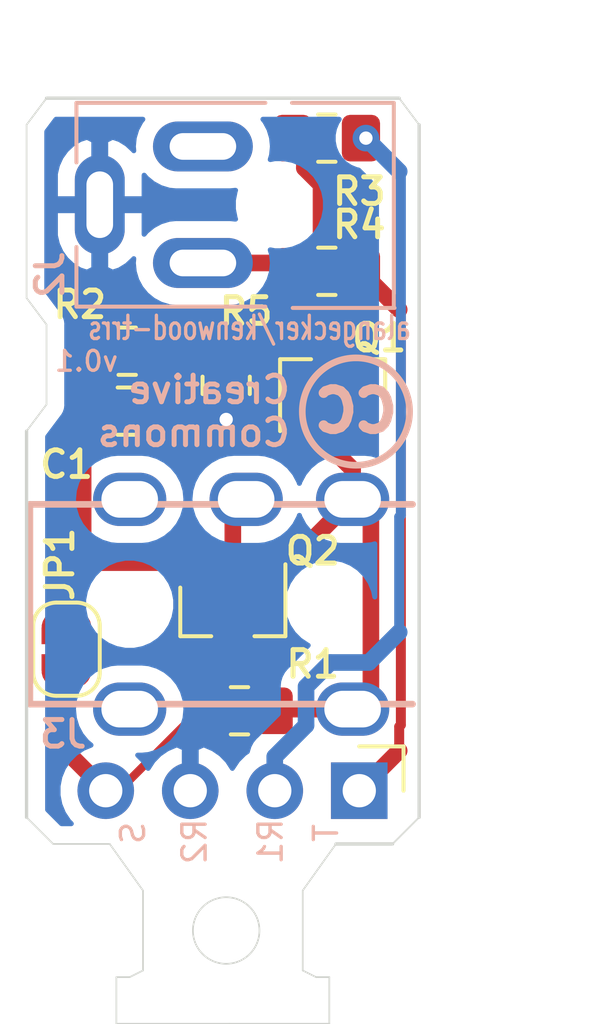
<source format=kicad_pcb>
(kicad_pcb (version 20171130) (host pcbnew 5.1.8)

  (general
    (thickness 1.6)
    (drawings 31)
    (tracks 62)
    (zones 0)
    (modules 12)
    (nets 12)
  )

  (page A4)
  (layers
    (0 F.Cu signal)
    (31 B.Cu signal)
    (32 B.Adhes user)
    (33 F.Adhes user)
    (34 B.Paste user)
    (35 F.Paste user)
    (36 B.SilkS user)
    (37 F.SilkS user)
    (38 B.Mask user)
    (39 F.Mask user)
    (40 Dwgs.User user)
    (41 Cmts.User user)
    (42 Eco1.User user)
    (43 Eco2.User user)
    (44 Edge.Cuts user)
    (45 Margin user)
    (46 B.CrtYd user)
    (47 F.CrtYd user)
    (48 B.Fab user)
    (49 F.Fab user)
  )

  (setup
    (last_trace_width 0.25)
    (user_trace_width 0.3)
    (user_trace_width 0.5)
    (trace_clearance 0.2)
    (zone_clearance 0.508)
    (zone_45_only no)
    (trace_min 0.2)
    (via_size 0.8)
    (via_drill 0.4)
    (via_min_size 0.4)
    (via_min_drill 0.3)
    (uvia_size 0.3)
    (uvia_drill 0.1)
    (uvias_allowed no)
    (uvia_min_size 0.2)
    (uvia_min_drill 0.1)
    (edge_width 0.05)
    (segment_width 0.2)
    (pcb_text_width 0.3)
    (pcb_text_size 1.5 1.5)
    (mod_edge_width 0.12)
    (mod_text_size 1 1)
    (mod_text_width 0.15)
    (pad_size 1.524 1.524)
    (pad_drill 0.762)
    (pad_to_mask_clearance 0.05)
    (aux_axis_origin 0 0)
    (visible_elements FFFFFF7F)
    (pcbplotparams
      (layerselection 0x010fc_ffffffff)
      (usegerberextensions false)
      (usegerberattributes true)
      (usegerberadvancedattributes true)
      (creategerberjobfile true)
      (excludeedgelayer true)
      (linewidth 0.100000)
      (plotframeref false)
      (viasonmask false)
      (mode 1)
      (useauxorigin false)
      (hpglpennumber 1)
      (hpglpenspeed 20)
      (hpglpendiameter 15.000000)
      (psnegative false)
      (psa4output false)
      (plotreference true)
      (plotvalue true)
      (plotinvisibletext false)
      (padsonsilk false)
      (subtractmaskfromsilk false)
      (outputformat 1)
      (mirror false)
      (drillshape 1)
      (scaleselection 1)
      (outputdirectory ""))
  )

  (net 0 "")
  (net 1 /N-FET_D)
  (net 2 /Mic)
  (net 3 "Net-(J3-PadT)")
  (net 4 /Mic+)
  (net 5 /PTT_Mic-)
  (net 6 GND)
  (net 7 "Net-(J2-PadT)")
  (net 8 "Net-(J1-PadR1)")
  (net 9 "Net-(J1-PadT)")
  (net 10 "Net-(J2-PadR)")
  (net 11 /Mic')

  (net_class Default "This is the default net class."
    (clearance 0.2)
    (trace_width 0.25)
    (via_dia 0.8)
    (via_drill 0.4)
    (uvia_dia 0.3)
    (uvia_drill 0.1)
    (add_net /Mic)
    (add_net /Mic')
    (add_net /Mic+)
    (add_net /N-FET_D)
    (add_net /PTT_Mic-)
    (add_net GND)
    (add_net "Net-(J1-PadR1)")
    (add_net "Net-(J1-PadT)")
    (add_net "Net-(J2-PadR)")
    (add_net "Net-(J2-PadT)")
    (add_net "Net-(J3-PadT)")
  )

  (module custom:PJ-313-TH (layer B.Cu) (tedit 5FC295A6) (tstamp 5FB5FD23)
    (at 159.6 88.8 180)
    (tags "stereo audio jack")
    (path /5FB58DDA)
    (fp_text reference J3 (at 10.5 -3.9) (layer B.SilkS)
      (effects (font (size 0.8 0.8) (thickness 0.15)) (justify mirror))
    )
    (fp_text value BAOFENG3.5MIC (at 0 -4.3) (layer B.Fab)
      (effects (font (size 1 1) (thickness 0.15)) (justify mirror))
    )
    (fp_line (start 11.5 -3) (end 0 -3) (layer B.SilkS) (width 0.2))
    (fp_line (start 11.5 3) (end 11.5 -3) (layer B.SilkS) (width 0.2))
    (fp_line (start 0 3) (end 11.5 3) (layer B.SilkS) (width 0.2))
    (fp_line (start 0 -3) (end 0 -2.5) (layer B.Fab) (width 0.2))
    (fp_line (start 11.5 -3) (end 0 -3) (layer B.Fab) (width 0.2))
    (fp_line (start 11.5 3) (end 11.5 -3) (layer B.Fab) (width 0.2))
    (fp_line (start 0 3) (end 11.5 3) (layer B.Fab) (width 0.2))
    (fp_line (start 0 2.5) (end 0 3) (layer B.Fab) (width 0.2))
    (fp_line (start -2.5 -2.5) (end 0 -2.5) (layer B.Fab) (width 0.2))
    (fp_line (start -2.5 2.5) (end -2.5 -2.5) (layer B.Fab) (width 0.2))
    (fp_line (start 0 2.5) (end -2.5 2.5) (layer B.Fab) (width 0.2))
    (fp_line (start 0 -3) (end 0 3) (layer B.CrtYd) (width 0.2))
    (fp_line (start 11.5 -3) (end 0 -3) (layer B.CrtYd) (width 0.2))
    (fp_line (start 11.5 3) (end 11.5 -3) (layer B.CrtYd) (width 0.2))
    (fp_line (start 0 3) (end 11.5 3) (layer B.CrtYd) (width 0.2))
    (pad "" np_thru_hole circle (at 2.5 0 180) (size 1.6 1.6) (drill 1.6) (layers *.Cu *.Mask))
    (pad "" np_thru_hole circle (at 8.5 0 180) (size 1.6 1.6) (drill 1.6) (layers *.Cu *.Mask))
    (pad S thru_hole oval (at 1.8 3.15 180) (size 2.2 1.6) (drill oval 1.7 1.1) (layers *.Cu *.Mask)
      (net 5 /PTT_Mic-))
    (pad S thru_hole oval (at 1.8 -3.15 180) (size 2.2 1.6) (drill oval 1.7 1.1) (layers *.Cu *.Mask)
      (net 5 /PTT_Mic-))
    (pad R thru_hole oval (at 5 3.15 180) (size 2.2 1.6) (drill oval 1.7 1.1) (layers *.Cu *.Mask)
      (net 4 /Mic+))
    (pad T thru_hole oval (at 8.5 3.15 180) (size 2.2 1.6) (drill oval 1.7 1.1) (layers *.Cu *.Mask)
      (net 3 "Net-(J3-PadT)"))
    (pad T thru_hole oval (at 8.5 -3.15 180) (size 2.2 1.6) (drill oval 1.7 1.1) (layers *.Cu *.Mask)
      (net 3 "Net-(J3-PadT)"))
  )

  (module Jumper:SolderJumper-2_P1.3mm_Bridged_RoundedPad1.0x1.5mm (layer F.Cu) (tedit 5C745284) (tstamp 5FB65AA4)
    (at 149.2 90.15 90)
    (descr "SMD Solder Jumper, 1x1.5mm, rounded Pads, 0.3mm gap, bridged with 1 copper strip")
    (tags "solder jumper open")
    (path /5FB73234)
    (attr virtual)
    (fp_text reference JP1 (at 2.55 -0.2 90) (layer F.SilkS)
      (effects (font (size 0.8 0.8) (thickness 0.15)))
    )
    (fp_text value Jumper_NC_Small (at 0 1.9 90) (layer F.Fab)
      (effects (font (size 1 1) (thickness 0.15)))
    )
    (fp_arc (start -0.7 -0.3) (end -0.7 -1) (angle -90) (layer F.SilkS) (width 0.12))
    (fp_arc (start -0.7 0.3) (end -1.4 0.3) (angle -90) (layer F.SilkS) (width 0.12))
    (fp_arc (start 0.7 0.3) (end 0.7 1) (angle -90) (layer F.SilkS) (width 0.12))
    (fp_arc (start 0.7 -0.3) (end 1.4 -0.3) (angle -90) (layer F.SilkS) (width 0.12))
    (fp_line (start -1.4 0.3) (end -1.4 -0.3) (layer F.SilkS) (width 0.12))
    (fp_line (start 0.7 1) (end -0.7 1) (layer F.SilkS) (width 0.12))
    (fp_line (start 1.4 -0.3) (end 1.4 0.3) (layer F.SilkS) (width 0.12))
    (fp_line (start -0.7 -1) (end 0.7 -1) (layer F.SilkS) (width 0.12))
    (fp_line (start -1.65 -1.25) (end 1.65 -1.25) (layer F.CrtYd) (width 0.05))
    (fp_line (start -1.65 -1.25) (end -1.65 1.25) (layer F.CrtYd) (width 0.05))
    (fp_line (start 1.65 1.25) (end 1.65 -1.25) (layer F.CrtYd) (width 0.05))
    (fp_line (start 1.65 1.25) (end -1.65 1.25) (layer F.CrtYd) (width 0.05))
    (fp_poly (pts (xy 0.25 -0.3) (xy -0.25 -0.3) (xy -0.25 0.3) (xy 0.25 0.3)) (layer F.Cu) (width 0))
    (pad 1 smd custom (at -0.65 0 90) (size 1 0.5) (layers F.Cu F.Mask)
      (net 2 /Mic) (zone_connect 2)
      (options (clearance outline) (anchor rect))
      (primitives
        (gr_circle (center 0 0.25) (end 0.5 0.25) (width 0))
        (gr_circle (center 0 -0.25) (end 0.5 -0.25) (width 0))
        (gr_poly (pts
           (xy 0 -0.75) (xy 0.5 -0.75) (xy 0.5 0.75) (xy 0 0.75)) (width 0))
      ))
    (pad 2 smd custom (at 0.65 0 90) (size 1 0.5) (layers F.Cu F.Mask)
      (net 11 /Mic') (zone_connect 2)
      (options (clearance outline) (anchor rect))
      (primitives
        (gr_circle (center 0 0.25) (end 0.5 0.25) (width 0))
        (gr_circle (center 0 -0.25) (end 0.5 -0.25) (width 0))
        (gr_poly (pts
           (xy 0 -0.75) (xy -0.5 -0.75) (xy -0.5 0.75) (xy 0 0.75)) (width 0))
      ))
  )

  (module custom:TRRS-Pins (layer F.Cu) (tedit 5FB5A105) (tstamp 5FB5FCEC)
    (at 158 94.4 270)
    (descr "Through hole straight pin header, 1x04, 2.54mm pitch, single row")
    (tags "Through hole pin header THT 1x04 2.54mm single row")
    (path /5FB57846)
    (fp_text reference J1 (at 0 -2.33 90) (layer F.SilkS) hide
      (effects (font (size 0.8 0.8) (thickness 0.15)))
    )
    (fp_text value "TRRS Jack" (at 0 9.95 90) (layer F.Fab)
      (effects (font (size 1 1) (thickness 0.15)))
    )
    (fp_text user S (at 1.27 6.8 90) (layer B.SilkS)
      (effects (font (size 0.7 0.7) (thickness 0.1)) (justify mirror))
    )
    (fp_text user R1 (at 1.524 2.667 90) (layer B.SilkS)
      (effects (font (size 0.7 0.7) (thickness 0.1)) (justify mirror))
    )
    (fp_text user R2 (at 1.524 4.953 90) (layer B.SilkS)
      (effects (font (size 0.7 0.7) (thickness 0.1)) (justify mirror))
    )
    (fp_text user T (at 1.27 1 90) (layer B.SilkS)
      (effects (font (size 0.7 0.7) (thickness 0.1)) (justify mirror))
    )
    (fp_text user %R (at 0 3.81) (layer F.Fab)
      (effects (font (size 0.8 0.8) (thickness 0.15)))
    )
    (fp_line (start -0.635 -1.27) (end 1.27 -1.27) (layer F.Fab) (width 0.1))
    (fp_line (start 1.27 -1.27) (end 1.27 8.89) (layer F.Fab) (width 0.1))
    (fp_line (start 1.27 8.89) (end -1.27 8.89) (layer F.Fab) (width 0.1))
    (fp_line (start -1.27 8.89) (end -1.27 -0.635) (layer F.Fab) (width 0.1))
    (fp_line (start -1.27 -0.635) (end -0.635 -1.27) (layer F.Fab) (width 0.1))
    (fp_line (start -1.33 0) (end -1.33 -1.33) (layer F.SilkS) (width 0.12))
    (fp_line (start -1.33 -1.33) (end 0 -1.33) (layer F.SilkS) (width 0.12))
    (pad S thru_hole oval (at 0 7.62 270) (size 1.7 1.7) (drill 1) (layers *.Cu *.Mask)
      (net 2 /Mic))
    (pad R2 thru_hole oval (at 0 5.08 270) (size 1.7 1.7) (drill 1) (layers *.Cu *.Mask)
      (net 6 GND))
    (pad R1 thru_hole oval (at 0 2.54 270) (size 1.7 1.7) (drill 1) (layers *.Cu *.Mask)
      (net 8 "Net-(J1-PadR1)"))
    (pad T thru_hole rect (at 0 0 270) (size 1.7 1.7) (drill 1) (layers *.Cu *.Mask)
      (net 9 "Net-(J1-PadT)"))
  )

  (module Package_TO_SOT_SMD:SOT-23 (layer F.Cu) (tedit 5A02FF57) (tstamp 5FB5FD4D)
    (at 154.2 89 270)
    (descr "SOT-23, Standard")
    (tags SOT-23)
    (path /5FB56285)
    (attr smd)
    (fp_text reference Q2 (at -1.8 -2.4) (layer F.SilkS)
      (effects (font (size 0.8 0.8) (thickness 0.15)))
    )
    (fp_text value BSS83P (at 0 2.5 90) (layer F.Fab)
      (effects (font (size 1 1) (thickness 0.15)))
    )
    (fp_text user %R (at 0 0) (layer F.Fab)
      (effects (font (size 0.8 0.8) (thickness 0.075)))
    )
    (fp_line (start -0.7 -0.95) (end -0.7 1.5) (layer F.Fab) (width 0.1))
    (fp_line (start -0.15 -1.52) (end 0.7 -1.52) (layer F.Fab) (width 0.1))
    (fp_line (start -0.7 -0.95) (end -0.15 -1.52) (layer F.Fab) (width 0.1))
    (fp_line (start 0.7 -1.52) (end 0.7 1.52) (layer F.Fab) (width 0.1))
    (fp_line (start -0.7 1.52) (end 0.7 1.52) (layer F.Fab) (width 0.1))
    (fp_line (start 0.76 1.58) (end 0.76 0.65) (layer F.SilkS) (width 0.12))
    (fp_line (start 0.76 -1.58) (end 0.76 -0.65) (layer F.SilkS) (width 0.12))
    (fp_line (start -1.7 -1.75) (end 1.7 -1.75) (layer F.CrtYd) (width 0.05))
    (fp_line (start 1.7 -1.75) (end 1.7 1.75) (layer F.CrtYd) (width 0.05))
    (fp_line (start 1.7 1.75) (end -1.7 1.75) (layer F.CrtYd) (width 0.05))
    (fp_line (start -1.7 1.75) (end -1.7 -1.75) (layer F.CrtYd) (width 0.05))
    (fp_line (start 0.76 -1.58) (end -1.4 -1.58) (layer F.SilkS) (width 0.12))
    (fp_line (start 0.76 1.58) (end -0.7 1.58) (layer F.SilkS) (width 0.12))
    (pad 3 smd rect (at 1 0 270) (size 0.9 0.8) (layers F.Cu F.Paste F.Mask)
      (net 4 /Mic+))
    (pad 2 smd rect (at -1 0.95 270) (size 0.9 0.8) (layers F.Cu F.Paste F.Mask)
      (net 11 /Mic'))
    (pad 1 smd rect (at -1 -0.95 270) (size 0.9 0.8) (layers F.Cu F.Paste F.Mask)
      (net 5 /PTT_Mic-))
    (model ${KISYS3DMOD}/Package_TO_SOT_SMD.3dshapes/SOT-23.wrl
      (at (xyz 0 0 0))
      (scale (xyz 1 1 1))
      (rotate (xyz 0 0 0))
    )
  )

  (module Package_TO_SOT_SMD:SOT-23 (layer F.Cu) (tedit 5A02FF57) (tstamp 5FB5FD38)
    (at 157.2 82.2 90)
    (descr "SOT-23, Standard")
    (tags SOT-23)
    (path /5FB59651)
    (attr smd)
    (fp_text reference Q1 (at 1.4 1.4 180) (layer F.SilkS)
      (effects (font (size 0.8 0.8) (thickness 0.15)))
    )
    (fp_text value BSS138 (at 0 2.5 90) (layer F.Fab)
      (effects (font (size 1 1) (thickness 0.15)))
    )
    (fp_text user %R (at 0 0) (layer F.Fab)
      (effects (font (size 0.8 0.8) (thickness 0.075)))
    )
    (fp_line (start -0.7 -0.95) (end -0.7 1.5) (layer F.Fab) (width 0.1))
    (fp_line (start -0.15 -1.52) (end 0.7 -1.52) (layer F.Fab) (width 0.1))
    (fp_line (start -0.7 -0.95) (end -0.15 -1.52) (layer F.Fab) (width 0.1))
    (fp_line (start 0.7 -1.52) (end 0.7 1.52) (layer F.Fab) (width 0.1))
    (fp_line (start -0.7 1.52) (end 0.7 1.52) (layer F.Fab) (width 0.1))
    (fp_line (start 0.76 1.58) (end 0.76 0.65) (layer F.SilkS) (width 0.12))
    (fp_line (start 0.76 -1.58) (end 0.76 -0.65) (layer F.SilkS) (width 0.12))
    (fp_line (start -1.7 -1.75) (end 1.7 -1.75) (layer F.CrtYd) (width 0.05))
    (fp_line (start 1.7 -1.75) (end 1.7 1.75) (layer F.CrtYd) (width 0.05))
    (fp_line (start 1.7 1.75) (end -1.7 1.75) (layer F.CrtYd) (width 0.05))
    (fp_line (start -1.7 1.75) (end -1.7 -1.75) (layer F.CrtYd) (width 0.05))
    (fp_line (start 0.76 -1.58) (end -1.4 -1.58) (layer F.SilkS) (width 0.12))
    (fp_line (start 0.76 1.58) (end -0.7 1.58) (layer F.SilkS) (width 0.12))
    (pad 3 smd rect (at 1 0 90) (size 0.9 0.8) (layers F.Cu F.Paste F.Mask)
      (net 1 /N-FET_D))
    (pad 2 smd rect (at -1 0.95 90) (size 0.9 0.8) (layers F.Cu F.Paste F.Mask)
      (net 6 GND))
    (pad 1 smd rect (at -1 -0.95 90) (size 0.9 0.8) (layers F.Cu F.Paste F.Mask)
      (net 5 /PTT_Mic-))
    (model ${KISYS3DMOD}/Package_TO_SOT_SMD.3dshapes/SOT-23.wrl
      (at (xyz 0 0 0))
      (scale (xyz 1 1 1))
      (rotate (xyz 0 0 0))
    )
  )

  (module custom:PJ-211A (layer B.Cu) (tedit 5FC2970C) (tstamp 5FB5FD09)
    (at 159.1 76.8 270)
    (descr "Barrel Jack, 2.0mm ID, 5.5mm OD, 24V, 8A, no switch, https://www.cui.com/product/resource/pj-063ah.pdf")
    (tags "barrel jack cui dc power")
    (path /5FB596DB)
    (fp_text reference J2 (at 2.1 10.4 270) (layer B.SilkS)
      (effects (font (size 0.8 0.8) (thickness 0.15)) (justify mirror))
    )
    (fp_text value BAOFENG2.5SPK (at 0 -5.3 270) (layer B.Fab)
      (effects (font (size 1 1) (thickness 0.15)) (justify mirror))
    )
    (fp_text user %R (at 0.3 1 270) (layer B.Fab)
      (effects (font (size 0.8 0.8) (thickness 0.15)) (justify mirror))
    )
    (fp_line (start -3.059 3.922) (end -3.059 9.601) (layer B.SilkS) (width 0.12))
    (fp_line (start -3.059 9.601) (end -1.27 9.601) (layer B.SilkS) (width 0.12))
    (fp_line (start 1.27 9.601) (end 3.061 9.601) (layer B.SilkS) (width 0.12))
    (fp_line (start 3.061 9.601) (end 3.061 3.922) (layer B.SilkS) (width 0.12))
    (fp_line (start 3.1 3.1) (end 3.1 0.04) (layer B.SilkS) (width 0.12))
    (fp_line (start 3.1 0.062) (end -3.059 0.062) (layer B.SilkS) (width 0.12))
    (fp_line (start -3.059 0.062) (end -3.059 3.122) (layer B.SilkS) (width 0.12))
    (fp_line (start 0 0) (end 2.6 0) (layer B.Fab) (width 0.12))
    (fp_line (start 2.6 0) (end 2.6 9) (layer B.Fab) (width 0.12))
    (fp_line (start 2.6 9) (end -2.6 9) (layer B.Fab) (width 0.12))
    (fp_line (start -2.6 9) (end -2.6 0) (layer B.Fab) (width 0.12))
    (fp_line (start -2.6 0) (end 0 0) (layer B.Fab) (width 0.12))
    (fp_line (start 0 0) (end 1.3 0) (layer B.Fab) (width 0.12))
    (fp_line (start 1.3 0) (end 1.3 -3) (layer B.Fab) (width 0.12))
    (fp_line (start 1.3 -3) (end -1.3 -3) (layer B.Fab) (width 0.12))
    (fp_line (start -1.3 -3) (end -1.3 0) (layer B.Fab) (width 0.12))
    (fp_line (start -3.2 0) (end -3.2 9.819) (layer B.CrtYd) (width 0.12))
    (fp_line (start -3.2 9.819) (end 3.2 9.819) (layer B.CrtYd) (width 0.12))
    (fp_line (start 3.2 9.819) (end 3.2 0) (layer B.CrtYd) (width 0.12))
    (fp_line (start 3.2 0) (end -3.2 0) (layer B.CrtYd) (width 0.12))
    (pad "" np_thru_hole circle (at 0 3.5 270) (size 1.6 1.6) (drill 1.6) (layers *.Cu *.Mask))
    (pad R thru_hole oval (at -1.75 5.8 270) (size 1.5 3) (drill oval 0.8 2) (layers *.Cu *.Mask)
      (net 10 "Net-(J2-PadR)"))
    (pad T thru_hole oval (at 1.75 5.8 270) (size 1.5 3) (drill oval 0.8 2) (layers *.Cu *.Mask)
      (net 7 "Net-(J2-PadT)"))
    (pad S thru_hole oval (at 0 8.9 270) (size 3 1.5) (drill oval 2 0.8) (layers *.Cu *.Mask)
      (net 6 GND))
  )

  (module Resistor_SMD:R_0805_2012Metric_Pad1.15x1.40mm_HandSolder (layer F.Cu) (tedit 5B36C52B) (tstamp 5FB5FDA2)
    (at 154 82.225 270)
    (descr "Resistor SMD 0805 (2012 Metric), square (rectangular) end terminal, IPC_7351 nominal with elongated pad for handsoldering. (Body size source: https://docs.google.com/spreadsheets/d/1BsfQQcO9C6DZCsRaXUlFlo91Tg2WpOkGARC1WS5S8t0/edit?usp=sharing), generated with kicad-footprint-generator")
    (tags "resistor handsolder")
    (path /5FBD0C98)
    (attr smd)
    (fp_text reference R5 (at -2.225 -0.6 180) (layer F.SilkS)
      (effects (font (size 0.8 0.8) (thickness 0.15)))
    )
    (fp_text value R_Small (at 0 1.65 90) (layer F.Fab)
      (effects (font (size 1 1) (thickness 0.15)))
    )
    (fp_line (start -1 0.6) (end -1 -0.6) (layer F.Fab) (width 0.1))
    (fp_line (start -1 -0.6) (end 1 -0.6) (layer F.Fab) (width 0.1))
    (fp_line (start 1 -0.6) (end 1 0.6) (layer F.Fab) (width 0.1))
    (fp_line (start 1 0.6) (end -1 0.6) (layer F.Fab) (width 0.1))
    (fp_line (start -0.261252 -0.71) (end 0.261252 -0.71) (layer F.SilkS) (width 0.12))
    (fp_line (start -0.261252 0.71) (end 0.261252 0.71) (layer F.SilkS) (width 0.12))
    (fp_line (start -1.85 0.95) (end -1.85 -0.95) (layer F.CrtYd) (width 0.05))
    (fp_line (start -1.85 -0.95) (end 1.85 -0.95) (layer F.CrtYd) (width 0.05))
    (fp_line (start 1.85 -0.95) (end 1.85 0.95) (layer F.CrtYd) (width 0.05))
    (fp_line (start 1.85 0.95) (end -1.85 0.95) (layer F.CrtYd) (width 0.05))
    (fp_text user %R (at 0 0 90) (layer F.Fab)
      (effects (font (size 0.8 0.8) (thickness 0.08)))
    )
    (pad 2 smd roundrect (at 1.025 0 270) (size 1.15 1.4) (layers F.Cu F.Paste F.Mask) (roundrect_rratio 0.217391)
      (net 6 GND))
    (pad 1 smd roundrect (at -1.025 0 270) (size 1.15 1.4) (layers F.Cu F.Paste F.Mask) (roundrect_rratio 0.217391)
      (net 1 /N-FET_D))
    (model ${KISYS3DMOD}/Resistor_SMD.3dshapes/R_0805_2012Metric.wrl
      (at (xyz 0 0 0))
      (scale (xyz 1 1 1))
      (rotate (xyz 0 0 0))
    )
  )

  (module Resistor_SMD:R_0805_2012Metric_Pad1.15x1.40mm_HandSolder (layer F.Cu) (tedit 5B36C52B) (tstamp 5FB5FD91)
    (at 157.025 78.8 180)
    (descr "Resistor SMD 0805 (2012 Metric), square (rectangular) end terminal, IPC_7351 nominal with elongated pad for handsoldering. (Body size source: https://docs.google.com/spreadsheets/d/1BsfQQcO9C6DZCsRaXUlFlo91Tg2WpOkGARC1WS5S8t0/edit?usp=sharing), generated with kicad-footprint-generator")
    (tags "resistor handsolder")
    (path /5FB94449)
    (attr smd)
    (fp_text reference R4 (at -0.975 1.4) (layer F.SilkS)
      (effects (font (size 0.8 0.8) (thickness 0.15)))
    )
    (fp_text value 20 (at 0 1.65) (layer F.Fab)
      (effects (font (size 1 1) (thickness 0.15)))
    )
    (fp_line (start -1 0.6) (end -1 -0.6) (layer F.Fab) (width 0.1))
    (fp_line (start -1 -0.6) (end 1 -0.6) (layer F.Fab) (width 0.1))
    (fp_line (start 1 -0.6) (end 1 0.6) (layer F.Fab) (width 0.1))
    (fp_line (start 1 0.6) (end -1 0.6) (layer F.Fab) (width 0.1))
    (fp_line (start -0.261252 -0.71) (end 0.261252 -0.71) (layer F.SilkS) (width 0.12))
    (fp_line (start -0.261252 0.71) (end 0.261252 0.71) (layer F.SilkS) (width 0.12))
    (fp_line (start -1.85 0.95) (end -1.85 -0.95) (layer F.CrtYd) (width 0.05))
    (fp_line (start -1.85 -0.95) (end 1.85 -0.95) (layer F.CrtYd) (width 0.05))
    (fp_line (start 1.85 -0.95) (end 1.85 0.95) (layer F.CrtYd) (width 0.05))
    (fp_line (start 1.85 0.95) (end -1.85 0.95) (layer F.CrtYd) (width 0.05))
    (fp_text user %R (at 0 0) (layer F.Fab)
      (effects (font (size 0.8 0.8) (thickness 0.08)))
    )
    (pad 2 smd roundrect (at 1.025 0 180) (size 1.15 1.4) (layers F.Cu F.Paste F.Mask) (roundrect_rratio 0.217391)
      (net 7 "Net-(J2-PadT)"))
    (pad 1 smd roundrect (at -1.025 0 180) (size 1.15 1.4) (layers F.Cu F.Paste F.Mask) (roundrect_rratio 0.217391)
      (net 9 "Net-(J1-PadT)"))
    (model ${KISYS3DMOD}/Resistor_SMD.3dshapes/R_0805_2012Metric.wrl
      (at (xyz 0 0 0))
      (scale (xyz 1 1 1))
      (rotate (xyz 0 0 0))
    )
  )

  (module Resistor_SMD:R_0805_2012Metric_Pad1.15x1.40mm_HandSolder (layer F.Cu) (tedit 5B36C52B) (tstamp 5FB5FD80)
    (at 157.025 74.8 180)
    (descr "Resistor SMD 0805 (2012 Metric), square (rectangular) end terminal, IPC_7351 nominal with elongated pad for handsoldering. (Body size source: https://docs.google.com/spreadsheets/d/1BsfQQcO9C6DZCsRaXUlFlo91Tg2WpOkGARC1WS5S8t0/edit?usp=sharing), generated with kicad-footprint-generator")
    (tags "resistor handsolder")
    (path /5FB909CE)
    (attr smd)
    (fp_text reference R3 (at -0.975 -1.6) (layer F.SilkS)
      (effects (font (size 0.8 0.8) (thickness 0.15)))
    )
    (fp_text value 20 (at 0 1.65) (layer F.Fab)
      (effects (font (size 1 1) (thickness 0.15)))
    )
    (fp_line (start -1 0.6) (end -1 -0.6) (layer F.Fab) (width 0.1))
    (fp_line (start -1 -0.6) (end 1 -0.6) (layer F.Fab) (width 0.1))
    (fp_line (start 1 -0.6) (end 1 0.6) (layer F.Fab) (width 0.1))
    (fp_line (start 1 0.6) (end -1 0.6) (layer F.Fab) (width 0.1))
    (fp_line (start -0.261252 -0.71) (end 0.261252 -0.71) (layer F.SilkS) (width 0.12))
    (fp_line (start -0.261252 0.71) (end 0.261252 0.71) (layer F.SilkS) (width 0.12))
    (fp_line (start -1.85 0.95) (end -1.85 -0.95) (layer F.CrtYd) (width 0.05))
    (fp_line (start -1.85 -0.95) (end 1.85 -0.95) (layer F.CrtYd) (width 0.05))
    (fp_line (start 1.85 -0.95) (end 1.85 0.95) (layer F.CrtYd) (width 0.05))
    (fp_line (start 1.85 0.95) (end -1.85 0.95) (layer F.CrtYd) (width 0.05))
    (fp_text user %R (at 0 0) (layer F.Fab)
      (effects (font (size 0.8 0.8) (thickness 0.08)))
    )
    (pad 2 smd roundrect (at 1.025 0 180) (size 1.15 1.4) (layers F.Cu F.Paste F.Mask) (roundrect_rratio 0.217391)
      (net 7 "Net-(J2-PadT)"))
    (pad 1 smd roundrect (at -1.025 0 180) (size 1.15 1.4) (layers F.Cu F.Paste F.Mask) (roundrect_rratio 0.217391)
      (net 8 "Net-(J1-PadR1)"))
    (model ${KISYS3DMOD}/Resistor_SMD.3dshapes/R_0805_2012Metric.wrl
      (at (xyz 0 0 0))
      (scale (xyz 1 1 1))
      (rotate (xyz 0 0 0))
    )
  )

  (module Resistor_SMD:R_0805_2012Metric_Pad1.15x1.40mm_HandSolder (layer F.Cu) (tedit 5B36C52B) (tstamp 5FB5FD6F)
    (at 151.025 81.2)
    (descr "Resistor SMD 0805 (2012 Metric), square (rectangular) end terminal, IPC_7351 nominal with elongated pad for handsoldering. (Body size source: https://docs.google.com/spreadsheets/d/1BsfQQcO9C6DZCsRaXUlFlo91Tg2WpOkGARC1WS5S8t0/edit?usp=sharing), generated with kicad-footprint-generator")
    (tags "resistor handsolder")
    (path /5FB5D0D8)
    (attr smd)
    (fp_text reference R2 (at -1.425 -1.4) (layer F.SilkS)
      (effects (font (size 0.8 0.8) (thickness 0.15)))
    )
    (fp_text value 1.2k (at 0 1.65) (layer F.Fab)
      (effects (font (size 1 1) (thickness 0.15)))
    )
    (fp_line (start -1 0.6) (end -1 -0.6) (layer F.Fab) (width 0.1))
    (fp_line (start -1 -0.6) (end 1 -0.6) (layer F.Fab) (width 0.1))
    (fp_line (start 1 -0.6) (end 1 0.6) (layer F.Fab) (width 0.1))
    (fp_line (start 1 0.6) (end -1 0.6) (layer F.Fab) (width 0.1))
    (fp_line (start -0.261252 -0.71) (end 0.261252 -0.71) (layer F.SilkS) (width 0.12))
    (fp_line (start -0.261252 0.71) (end 0.261252 0.71) (layer F.SilkS) (width 0.12))
    (fp_line (start -1.85 0.95) (end -1.85 -0.95) (layer F.CrtYd) (width 0.05))
    (fp_line (start -1.85 -0.95) (end 1.85 -0.95) (layer F.CrtYd) (width 0.05))
    (fp_line (start 1.85 -0.95) (end 1.85 0.95) (layer F.CrtYd) (width 0.05))
    (fp_line (start 1.85 0.95) (end -1.85 0.95) (layer F.CrtYd) (width 0.05))
    (fp_text user %R (at 0 0) (layer F.Fab)
      (effects (font (size 0.8 0.8) (thickness 0.08)))
    )
    (pad 2 smd roundrect (at 1.025 0) (size 1.15 1.4) (layers F.Cu F.Paste F.Mask) (roundrect_rratio 0.217391)
      (net 1 /N-FET_D))
    (pad 1 smd roundrect (at -1.025 0) (size 1.15 1.4) (layers F.Cu F.Paste F.Mask) (roundrect_rratio 0.217391)
      (net 11 /Mic'))
    (model ${KISYS3DMOD}/Resistor_SMD.3dshapes/R_0805_2012Metric.wrl
      (at (xyz 0 0 0))
      (scale (xyz 1 1 1))
      (rotate (xyz 0 0 0))
    )
  )

  (module Resistor_SMD:R_0805_2012Metric_Pad1.15x1.40mm_HandSolder (layer F.Cu) (tedit 5B36C52B) (tstamp 5FB5FD5E)
    (at 154.4 92)
    (descr "Resistor SMD 0805 (2012 Metric), square (rectangular) end terminal, IPC_7351 nominal with elongated pad for handsoldering. (Body size source: https://docs.google.com/spreadsheets/d/1BsfQQcO9C6DZCsRaXUlFlo91Tg2WpOkGARC1WS5S8t0/edit?usp=sharing), generated with kicad-footprint-generator")
    (tags "resistor handsolder")
    (path /5FB637F6)
    (attr smd)
    (fp_text reference R1 (at 2.2 -1.4 180) (layer F.SilkS)
      (effects (font (size 0.8 0.8) (thickness 0.15)))
    )
    (fp_text value 47k (at -0.425 1.6) (layer F.Fab)
      (effects (font (size 1 1) (thickness 0.15)))
    )
    (fp_line (start -1 0.6) (end -1 -0.6) (layer F.Fab) (width 0.1))
    (fp_line (start -1 -0.6) (end 1 -0.6) (layer F.Fab) (width 0.1))
    (fp_line (start 1 -0.6) (end 1 0.6) (layer F.Fab) (width 0.1))
    (fp_line (start 1 0.6) (end -1 0.6) (layer F.Fab) (width 0.1))
    (fp_line (start -0.261252 -0.71) (end 0.261252 -0.71) (layer F.SilkS) (width 0.12))
    (fp_line (start -0.261252 0.71) (end 0.261252 0.71) (layer F.SilkS) (width 0.12))
    (fp_line (start -1.85 0.95) (end -1.85 -0.95) (layer F.CrtYd) (width 0.05))
    (fp_line (start -1.85 -0.95) (end 1.85 -0.95) (layer F.CrtYd) (width 0.05))
    (fp_line (start 1.85 -0.95) (end 1.85 0.95) (layer F.CrtYd) (width 0.05))
    (fp_line (start 1.85 0.95) (end -1.85 0.95) (layer F.CrtYd) (width 0.05))
    (fp_text user %R (at 0 0) (layer F.Fab)
      (effects (font (size 0.8 0.8) (thickness 0.08)))
    )
    (pad 2 smd roundrect (at 1.025 0) (size 1.15 1.4) (layers F.Cu F.Paste F.Mask) (roundrect_rratio 0.217391)
      (net 5 /PTT_Mic-))
    (pad 1 smd roundrect (at -1.025 0) (size 1.15 1.4) (layers F.Cu F.Paste F.Mask) (roundrect_rratio 0.217391)
      (net 2 /Mic))
    (model ${KISYS3DMOD}/Resistor_SMD.3dshapes/R_0805_2012Metric.wrl
      (at (xyz 0 0 0))
      (scale (xyz 1 1 1))
      (rotate (xyz 0 0 0))
    )
  )

  (module Capacitor_SMD:C_0805_2012Metric_Pad1.15x1.40mm_HandSolder (layer F.Cu) (tedit 5B36C52B) (tstamp 5FB5FCD2)
    (at 151 83)
    (descr "Capacitor SMD 0805 (2012 Metric), square (rectangular) end terminal, IPC_7351 nominal with elongated pad for handsoldering. (Body size source: https://docs.google.com/spreadsheets/d/1BsfQQcO9C6DZCsRaXUlFlo91Tg2WpOkGARC1WS5S8t0/edit?usp=sharing), generated with kicad-footprint-generator")
    (tags "capacitor handsolder")
    (path /5FBB8D66)
    (attr smd)
    (fp_text reference C1 (at -1.8 1.6) (layer F.SilkS)
      (effects (font (size 0.8 0.8) (thickness 0.15)))
    )
    (fp_text value C_Small (at 0 1.65) (layer F.Fab)
      (effects (font (size 1 1) (thickness 0.15)))
    )
    (fp_line (start -1 0.6) (end -1 -0.6) (layer F.Fab) (width 0.1))
    (fp_line (start -1 -0.6) (end 1 -0.6) (layer F.Fab) (width 0.1))
    (fp_line (start 1 -0.6) (end 1 0.6) (layer F.Fab) (width 0.1))
    (fp_line (start 1 0.6) (end -1 0.6) (layer F.Fab) (width 0.1))
    (fp_line (start -0.261252 -0.71) (end 0.261252 -0.71) (layer F.SilkS) (width 0.12))
    (fp_line (start -0.261252 0.71) (end 0.261252 0.71) (layer F.SilkS) (width 0.12))
    (fp_line (start -1.85 0.95) (end -1.85 -0.95) (layer F.CrtYd) (width 0.05))
    (fp_line (start -1.85 -0.95) (end 1.85 -0.95) (layer F.CrtYd) (width 0.05))
    (fp_line (start 1.85 -0.95) (end 1.85 0.95) (layer F.CrtYd) (width 0.05))
    (fp_line (start 1.85 0.95) (end -1.85 0.95) (layer F.CrtYd) (width 0.05))
    (fp_text user %R (at 0 0) (layer F.Fab)
      (effects (font (size 0.8 0.8) (thickness 0.08)))
    )
    (pad 2 smd roundrect (at 1.025 0) (size 1.15 1.4) (layers F.Cu F.Paste F.Mask) (roundrect_rratio 0.217391)
      (net 1 /N-FET_D))
    (pad 1 smd roundrect (at -1.025 0) (size 1.15 1.4) (layers F.Cu F.Paste F.Mask) (roundrect_rratio 0.217391)
      (net 11 /Mic'))
    (model ${KISYS3DMOD}/Capacitor_SMD.3dshapes/C_0805_2012Metric.wrl
      (at (xyz 0 0 0))
      (scale (xyz 1 1 1))
      (rotate (xyz 0 0 0))
    )
  )

  (gr_text v0.1 (at 149.8 81.5) (layer B.SilkS) (tstamp 5FB74E32)
    (effects (font (size 0.6 0.6) (thickness 0.1)) (justify mirror))
  )
  (gr_text alangecker/kenwood-trrs (at 154.7 80.5) (layer B.SilkS)
    (effects (font (size 0.7 0.5) (thickness 0.1)) (justify mirror))
  )
  (gr_text "Creative\nCommons" (at 156 83) (layer B.SilkS)
    (effects (font (size 0.8 0.8) (thickness 0.15)) (justify left mirror))
  )
  (gr_circle (center 157.9 83.012451) (end 159.512452 83.012451) (layer B.SilkS) (width 0.2))
  (gr_text CC (at 157.9 83) (layer B.SilkS)
    (effects (font (size 1.2 1.2) (thickness 0.3)) (justify mirror))
  )
  (gr_line (start 148 79.6) (end 148 74.4) (layer Edge.Cuts) (width 0.05) (tstamp 5FB614C5))
  (gr_line (start 148.6 80.4) (end 148 79.6) (layer Edge.Cuts) (width 0.05))
  (gr_line (start 148.6 82.8) (end 148.6 80.4) (layer Edge.Cuts) (width 0.05))
  (gr_line (start 148 83.6) (end 148.6 82.8) (layer Edge.Cuts) (width 0.05))
  (gr_line (start 148 95.2) (end 148.8 96) (layer Edge.Cuts) (width 0.05) (tstamp 5FB60AA9))
  (gr_line (start 159 96) (end 159.8 95.2) (layer Edge.Cuts) (width 0.05) (tstamp 5FB60AA8))
  (gr_line (start 159.8 74.4) (end 159.2 73.6) (layer Edge.Cuts) (width 0.05) (tstamp 5FB60A51))
  (gr_line (start 148 74.4) (end 148.6 73.6) (layer Edge.Cuts) (width 0.05) (tstamp 5FB60A50))
  (gr_circle (center 154 98.6) (end 155 98.6) (layer Edge.Cuts) (width 0.05))
  (gr_line (start 151.1 100) (end 151.5 99.8) (layer Edge.Cuts) (width 0.05) (tstamp 5FB6078C))
  (gr_line (start 156.7 100) (end 156.3 99.8) (layer Edge.Cuts) (width 0.05) (tstamp 5FB6077B))
  (gr_line (start 148.8 96) (end 150.5 96) (layer Edge.Cuts) (width 0.05) (tstamp 5FB604F1))
  (gr_line (start 157.3 96) (end 156.3 97.4) (layer Edge.Cuts) (width 0.05) (tstamp 5FB6046F))
  (gr_line (start 156.7 100) (end 157.1 100) (layer Edge.Cuts) (width 0.05) (tstamp 5FB6046E))
  (gr_line (start 157.1 101.4) (end 154.1 101.4) (layer Edge.Cuts) (width 0.05) (tstamp 5FB6046D))
  (gr_line (start 157.1 100) (end 157.1 101.4) (layer Edge.Cuts) (width 0.05) (tstamp 5FB6046C))
  (gr_line (start 156.3 97.4) (end 156.3 99.8) (layer Edge.Cuts) (width 0.05) (tstamp 5FB6046B))
  (gr_line (start 150.7 101.4) (end 154.1 101.4) (layer Edge.Cuts) (width 0.05))
  (gr_line (start 150.7 100) (end 150.7 101.4) (layer Edge.Cuts) (width 0.05))
  (gr_line (start 151.1 100) (end 150.7 100) (layer Edge.Cuts) (width 0.05))
  (gr_line (start 151.5 97.4) (end 151.5 99.8) (layer Edge.Cuts) (width 0.05))
  (gr_line (start 150.5 96) (end 151.5 97.4) (layer Edge.Cuts) (width 0.05))
  (gr_line (start 159.8 74.4) (end 159.8 95.2) (layer Edge.Cuts) (width 0.1))
  (gr_line (start 148.6 73.6) (end 159.2 73.6) (layer Edge.Cuts) (width 0.1))
  (gr_line (start 148 95.2) (end 148 83.6) (layer Edge.Cuts) (width 0.1))
  (gr_line (start 159 96) (end 157.3 96) (layer Edge.Cuts) (width 0.1))

  (segment (start 152.025 81.225) (end 152.05 81.2) (width 0.5) (layer F.Cu) (net 1))
  (segment (start 152.025 83) (end 152.025 81.225) (width 0.5) (layer F.Cu) (net 1))
  (segment (start 152.05 81.2) (end 154 81.2) (width 0.5) (layer F.Cu) (net 1))
  (segment (start 154 81.2) (end 157.2 81.2) (width 0.5) (layer F.Cu) (net 1))
  (segment (start 150.38 94.4) (end 150.722002 94.4) (width 0.5) (layer F.Cu) (net 2))
  (segment (start 150.775 94.4) (end 153.175 92) (width 0.25) (layer F.Cu) (net 2))
  (segment (start 150.38 94.4) (end 150.775 94.4) (width 0.25) (layer F.Cu) (net 2))
  (segment (start 149.2 93.22) (end 149.2 90.8) (width 0.5) (layer F.Cu) (net 2))
  (segment (start 150.38 94.4) (end 149.2 93.22) (width 0.5) (layer F.Cu) (net 2))
  (segment (start 154.2 86.05) (end 154.2 90) (width 0.5) (layer F.Cu) (net 4))
  (segment (start 154.6 85.65) (end 154.2 86.05) (width 0.5) (layer F.Cu) (net 4))
  (segment (start 157.8 84.75) (end 156.25 83.2) (width 0.5) (layer F.Cu) (net 5))
  (segment (start 157.8 85.65) (end 157.8 84.75) (width 0.5) (layer F.Cu) (net 5))
  (segment (start 155.275 91.95) (end 155.225 92) (width 0.5) (layer F.Cu) (net 5))
  (segment (start 157.8 91.95) (end 155.275 91.95) (width 0.5) (layer F.Cu) (net 5))
  (segment (start 155.225 88.075) (end 155.15 88) (width 0.5) (layer F.Cu) (net 5))
  (segment (start 155.225 92) (end 155.225 88.075) (width 0.5) (layer F.Cu) (net 5))
  (segment (start 155.45 88) (end 157.8 85.65) (width 0.5) (layer F.Cu) (net 5))
  (segment (start 155.15 88) (end 155.45 88) (width 0.5) (layer F.Cu) (net 5))
  (segment (start 158.350001 91.399999) (end 157.8 91.95) (width 0.5) (layer F.Cu) (net 5))
  (segment (start 158.350001 86.200001) (end 158.350001 91.399999) (width 0.5) (layer F.Cu) (net 5))
  (segment (start 157.8 85.65) (end 158.350001 86.200001) (width 0.5) (layer F.Cu) (net 5))
  (segment (start 154.825001 82.424999) (end 154 83.25) (width 0.25) (layer F.Cu) (net 6))
  (segment (start 157.374999 82.424999) (end 154.825001 82.424999) (width 0.25) (layer F.Cu) (net 6))
  (segment (start 158.15 83.2) (end 157.374999 82.424999) (width 0.25) (layer F.Cu) (net 6))
  (segment (start 154 83.25) (end 154 83.25) (width 0.25) (layer F.Cu) (net 6) (tstamp 5FB60E01))
  (via (at 154 83.25) (size 0.8) (drill 0.4) (layers F.Cu B.Cu) (net 6))
  (segment (start 155.75 78.55) (end 156 78.8) (width 0.5) (layer F.Cu) (net 7))
  (segment (start 153.1 78.55) (end 155.75 78.55) (width 0.5) (layer F.Cu) (net 7))
  (segment (start 156.350001 75.150001) (end 156 74.8) (width 0.5) (layer F.Cu) (net 7))
  (segment (start 156.350001 75.699999) (end 156.350001 75.150001) (width 0.5) (layer F.Cu) (net 7))
  (segment (start 156.850001 76.199999) (end 156.350001 75.699999) (width 0.5) (layer F.Cu) (net 7))
  (segment (start 156.850001 77.949999) (end 156.850001 76.199999) (width 0.5) (layer F.Cu) (net 7))
  (segment (start 156 78.8) (end 156.850001 77.949999) (width 0.5) (layer F.Cu) (net 7))
  (via (at 158.2 74.8) (size 0.8) (drill 0.4) (layers F.Cu B.Cu) (net 8))
  (segment (start 158.05 74.8) (end 158.2 74.8) (width 0.5) (layer F.Cu) (net 8))
  (segment (start 155.46 93.378999) (end 155.46 94.4) (width 0.5) (layer B.Cu) (net 8))
  (segment (start 156.399999 92.439) (end 155.46 93.378999) (width 0.5) (layer B.Cu) (net 8))
  (segment (start 156.399999 91.277999) (end 156.399999 92.439) (width 0.5) (layer B.Cu) (net 8))
  (segment (start 157.127999 90.549999) (end 156.399999 91.277999) (width 0.5) (layer B.Cu) (net 8))
  (segment (start 158.289 90.549999) (end 157.127999 90.549999) (width 0.5) (layer B.Cu) (net 8))
  (segment (start 159.200001 89.638998) (end 158.289 90.549999) (width 0.5) (layer B.Cu) (net 8))
  (segment (start 158.2 74.8) (end 159.200001 75.800001) (width 0.5) (layer B.Cu) (net 8))
  (segment (start 159.25001 75.85001) (end 159.200001 75.800001) (width 0.3) (layer B.Cu) (net 8))
  (segment (start 159.25001 86.126349) (end 159.25001 75.85001) (width 0.3) (layer B.Cu) (net 8))
  (segment (start 159.200001 86.176358) (end 159.25001 86.126349) (width 0.3) (layer B.Cu) (net 8))
  (segment (start 159.200001 89.638998) (end 159.200001 86.176358) (width 0.3) (layer B.Cu) (net 8))
  (segment (start 159.200001 79.950001) (end 158.05 78.8) (width 0.5) (layer F.Cu) (net 9))
  (segment (start 158 94.4) (end 159.200001 93.199999) (width 0.5) (layer F.Cu) (net 9))
  (segment (start 159.25001 80.00001) (end 159.200001 79.950001) (width 0.3) (layer F.Cu) (net 9))
  (segment (start 159.25001 92.426349) (end 159.25001 80.00001) (width 0.3) (layer F.Cu) (net 9))
  (segment (start 159.200001 92.476358) (end 159.25001 92.426349) (width 0.3) (layer F.Cu) (net 9))
  (segment (start 159.200001 93.199999) (end 159.200001 92.476358) (width 0.3) (layer F.Cu) (net 9))
  (segment (start 152.799999 87.549999) (end 153.25 88) (width 0.5) (layer F.Cu) (net 11))
  (segment (start 149.928001 87.549999) (end 152.799999 87.549999) (width 0.5) (layer F.Cu) (net 11))
  (segment (start 149.2 88.278) (end 149.928001 87.549999) (width 0.5) (layer F.Cu) (net 11))
  (segment (start 149.2 89.5) (end 149.2 88.278) (width 0.5) (layer F.Cu) (net 11))
  (segment (start 149.699999 83.275001) (end 149.975 83) (width 0.5) (layer F.Cu) (net 11))
  (segment (start 149.699999 87.321997) (end 149.699999 83.275001) (width 0.5) (layer F.Cu) (net 11))
  (segment (start 149.928001 87.549999) (end 149.699999 87.321997) (width 0.5) (layer F.Cu) (net 11))
  (segment (start 149.975 81.225) (end 150 81.2) (width 0.5) (layer F.Cu) (net 11))
  (segment (start 149.975 83) (end 149.975 81.225) (width 0.5) (layer F.Cu) (net 11))

  (zone (net 6) (net_name GND) (layer B.Cu) (tstamp 0) (hatch edge 0.508)
    (connect_pads (clearance 0.508))
    (min_thickness 0.15)
    (fill yes (arc_segments 32) (thermal_gap 0.508) (thermal_bridge_width 0.508))
    (polygon
      (pts
        (xy 159.4 74.6) (xy 159.4 95.2) (xy 158.8 95.8) (xy 149 95.8) (xy 148.4 95)
        (xy 148.4 74.4) (xy 148.8 74) (xy 159 74)
      )
    )
    (filled_polygon
      (pts
        (xy 151.436289 74.305842) (xy 151.31251 74.537415) (xy 151.236288 74.788686) (xy 151.210551 75.05) (xy 151.223429 75.180753)
        (xy 151.208902 75.160591) (xy 151.016001 74.980854) (xy 150.791742 74.842203) (xy 150.583435 74.773338) (xy 150.379 74.876321)
        (xy 150.379 76.621) (xy 151.533 76.621) (xy 151.533 75.912) (xy 151.602867 75.997133) (xy 151.805842 76.163711)
        (xy 152.037415 76.28749) (xy 152.288686 76.363712) (xy 152.484522 76.383) (xy 154.115478 76.383) (xy 154.282597 76.36654)
        (xy 154.270148 76.396594) (xy 154.217 76.663786) (xy 154.217 76.936214) (xy 154.270148 77.203406) (xy 154.282597 77.23346)
        (xy 154.115478 77.217) (xy 152.484522 77.217) (xy 152.288686 77.236288) (xy 152.037415 77.31251) (xy 151.805842 77.436289)
        (xy 151.602867 77.602867) (xy 151.533 77.688) (xy 151.533 76.979) (xy 150.379 76.979) (xy 150.379 78.723679)
        (xy 150.583435 78.826662) (xy 150.791742 78.757797) (xy 151.016001 78.619146) (xy 151.208902 78.439409) (xy 151.223429 78.419247)
        (xy 151.210551 78.55) (xy 151.236288 78.811314) (xy 151.31251 79.062585) (xy 151.436289 79.294158) (xy 151.602867 79.497133)
        (xy 151.805842 79.663711) (xy 152.037415 79.78749) (xy 152.288686 79.863712) (xy 152.484522 79.883) (xy 154.115478 79.883)
        (xy 154.311314 79.863712) (xy 154.562585 79.78749) (xy 154.794158 79.663711) (xy 154.997133 79.497133) (xy 155.163711 79.294158)
        (xy 155.28749 79.062585) (xy 155.363712 78.811314) (xy 155.389449 78.55) (xy 155.363712 78.288686) (xy 155.323168 78.155029)
        (xy 155.463786 78.183) (xy 155.736214 78.183) (xy 156.003406 78.129852) (xy 156.255096 78.025599) (xy 156.481611 77.874246)
        (xy 156.674246 77.681611) (xy 156.825599 77.455096) (xy 156.929852 77.203406) (xy 156.983 76.936214) (xy 156.983 76.663786)
        (xy 156.929852 76.396594) (xy 156.825599 76.144904) (xy 156.674246 75.918389) (xy 156.481611 75.725754) (xy 156.255096 75.574401)
        (xy 156.003406 75.470148) (xy 155.736214 75.417) (xy 155.463786 75.417) (xy 155.323168 75.444971) (xy 155.363712 75.311314)
        (xy 155.389449 75.05) (xy 155.363712 74.788686) (xy 155.28749 74.537415) (xy 155.163711 74.305842) (xy 155.103931 74.233)
        (xy 157.396613 74.233) (xy 157.328877 74.334375) (xy 157.254776 74.51327) (xy 157.217 74.703183) (xy 157.217 74.896817)
        (xy 157.254776 75.08673) (xy 157.328877 75.265625) (xy 157.436454 75.426626) (xy 157.573374 75.563546) (xy 157.734375 75.671123)
        (xy 157.91327 75.745224) (xy 157.980572 75.758611) (xy 158.517011 76.295051) (xy 158.51701 84.331268) (xy 158.371115 84.287012)
        (xy 158.167934 84.267) (xy 157.432066 84.267) (xy 157.228885 84.287012) (xy 156.968188 84.366093) (xy 156.727929 84.494514)
        (xy 156.51734 84.66734) (xy 156.344514 84.877929) (xy 156.216093 85.118188) (xy 156.2 85.17124) (xy 156.183907 85.118188)
        (xy 156.055486 84.877929) (xy 155.88266 84.66734) (xy 155.672071 84.494514) (xy 155.431812 84.366093) (xy 155.171115 84.287012)
        (xy 154.967934 84.267) (xy 154.232066 84.267) (xy 154.028885 84.287012) (xy 153.768188 84.366093) (xy 153.527929 84.494514)
        (xy 153.31734 84.66734) (xy 153.144514 84.877929) (xy 153.016093 85.118188) (xy 152.937012 85.378885) (xy 152.910309 85.65)
        (xy 152.937012 85.921115) (xy 153.016093 86.181812) (xy 153.144514 86.422071) (xy 153.31734 86.63266) (xy 153.527929 86.805486)
        (xy 153.768188 86.933907) (xy 154.028885 87.012988) (xy 154.232066 87.033) (xy 154.967934 87.033) (xy 155.171115 87.012988)
        (xy 155.431812 86.933907) (xy 155.672071 86.805486) (xy 155.88266 86.63266) (xy 156.055486 86.422071) (xy 156.183907 86.181812)
        (xy 156.2 86.12876) (xy 156.216093 86.181812) (xy 156.344514 86.422071) (xy 156.51734 86.63266) (xy 156.727929 86.805486)
        (xy 156.968188 86.933907) (xy 157.228885 87.012988) (xy 157.432066 87.033) (xy 158.167934 87.033) (xy 158.371115 87.012988)
        (xy 158.467002 86.983901) (xy 158.467001 88.583355) (xy 158.429852 88.396594) (xy 158.325599 88.144904) (xy 158.174246 87.918389)
        (xy 157.981611 87.725754) (xy 157.755096 87.574401) (xy 157.503406 87.470148) (xy 157.236214 87.417) (xy 156.963786 87.417)
        (xy 156.696594 87.470148) (xy 156.444904 87.574401) (xy 156.218389 87.725754) (xy 156.025754 87.918389) (xy 155.874401 88.144904)
        (xy 155.770148 88.396594) (xy 155.717 88.663786) (xy 155.717 88.936214) (xy 155.770148 89.203406) (xy 155.874401 89.455096)
        (xy 156.025754 89.681611) (xy 156.218389 89.874246) (xy 156.444904 90.025599) (xy 156.465732 90.034226) (xy 155.83992 90.660039)
        (xy 155.808129 90.686129) (xy 155.704034 90.812971) (xy 155.626684 90.957682) (xy 155.579052 91.114704) (xy 155.576377 91.141868)
        (xy 155.562969 91.277999) (xy 155.566999 91.318915) (xy 155.567 92.09396) (xy 154.899921 92.761039) (xy 154.86813 92.787129)
        (xy 154.764035 92.913971) (xy 154.686685 93.058682) (xy 154.639053 93.215704) (xy 154.638064 93.225746) (xy 154.546516 93.286916)
        (xy 154.346916 93.486516) (xy 154.190092 93.72122) (xy 154.186072 93.730926) (xy 154.038742 93.504497) (xy 153.842542 93.303448)
        (xy 153.610889 93.144539) (xy 153.352685 93.033877) (xy 153.319211 93.02373) (xy 153.099 93.125256) (xy 153.099 94.221)
        (xy 153.119 94.221) (xy 153.119 94.579) (xy 153.099 94.579) (xy 153.099 94.599) (xy 152.741 94.599)
        (xy 152.741 94.579) (xy 152.721 94.579) (xy 152.721 94.221) (xy 152.741 94.221) (xy 152.741 93.125256)
        (xy 152.520789 93.02373) (xy 152.487315 93.033877) (xy 152.229111 93.144539) (xy 151.997458 93.303448) (xy 151.801258 93.504497)
        (xy 151.653928 93.730926) (xy 151.649908 93.72122) (xy 151.493084 93.486516) (xy 151.339568 93.333) (xy 151.467934 93.333)
        (xy 151.671115 93.312988) (xy 151.931812 93.233907) (xy 152.172071 93.105486) (xy 152.38266 92.93266) (xy 152.555486 92.722071)
        (xy 152.683907 92.481812) (xy 152.762988 92.221115) (xy 152.789691 91.95) (xy 152.762988 91.678885) (xy 152.683907 91.418188)
        (xy 152.555486 91.177929) (xy 152.38266 90.96734) (xy 152.172071 90.794514) (xy 151.931812 90.666093) (xy 151.671115 90.587012)
        (xy 151.467934 90.567) (xy 150.732066 90.567) (xy 150.528885 90.587012) (xy 150.268188 90.666093) (xy 150.027929 90.794514)
        (xy 149.81734 90.96734) (xy 149.644514 91.177929) (xy 149.516093 91.418188) (xy 149.437012 91.678885) (xy 149.410309 91.95)
        (xy 149.437012 92.221115) (xy 149.516093 92.481812) (xy 149.644514 92.722071) (xy 149.81734 92.93266) (xy 149.938268 93.031903)
        (xy 149.70122 93.130092) (xy 149.466516 93.286916) (xy 149.266916 93.486516) (xy 149.110092 93.72122) (xy 149.002069 93.982009)
        (xy 148.947 94.258862) (xy 148.947 94.541138) (xy 149.002069 94.817991) (xy 149.110092 95.07878) (xy 149.266916 95.313484)
        (xy 149.345432 95.392) (xy 149.051841 95.392) (xy 148.633 94.973159) (xy 148.633 88.663786) (xy 149.717 88.663786)
        (xy 149.717 88.936214) (xy 149.770148 89.203406) (xy 149.874401 89.455096) (xy 150.025754 89.681611) (xy 150.218389 89.874246)
        (xy 150.444904 90.025599) (xy 150.696594 90.129852) (xy 150.963786 90.183) (xy 151.236214 90.183) (xy 151.503406 90.129852)
        (xy 151.755096 90.025599) (xy 151.981611 89.874246) (xy 152.174246 89.681611) (xy 152.325599 89.455096) (xy 152.429852 89.203406)
        (xy 152.483 88.936214) (xy 152.483 88.663786) (xy 152.429852 88.396594) (xy 152.325599 88.144904) (xy 152.174246 87.918389)
        (xy 151.981611 87.725754) (xy 151.755096 87.574401) (xy 151.503406 87.470148) (xy 151.236214 87.417) (xy 150.963786 87.417)
        (xy 150.696594 87.470148) (xy 150.444904 87.574401) (xy 150.218389 87.725754) (xy 150.025754 87.918389) (xy 149.874401 88.144904)
        (xy 149.770148 88.396594) (xy 149.717 88.663786) (xy 148.633 88.663786) (xy 148.633 85.65) (xy 149.410309 85.65)
        (xy 149.437012 85.921115) (xy 149.516093 86.181812) (xy 149.644514 86.422071) (xy 149.81734 86.63266) (xy 150.027929 86.805486)
        (xy 150.268188 86.933907) (xy 150.528885 87.012988) (xy 150.732066 87.033) (xy 151.467934 87.033) (xy 151.671115 87.012988)
        (xy 151.931812 86.933907) (xy 152.172071 86.805486) (xy 152.38266 86.63266) (xy 152.555486 86.422071) (xy 152.683907 86.181812)
        (xy 152.762988 85.921115) (xy 152.789691 85.65) (xy 152.762988 85.378885) (xy 152.683907 85.118188) (xy 152.555486 84.877929)
        (xy 152.38266 84.66734) (xy 152.172071 84.494514) (xy 151.931812 84.366093) (xy 151.671115 84.287012) (xy 151.467934 84.267)
        (xy 150.732066 84.267) (xy 150.528885 84.287012) (xy 150.268188 84.366093) (xy 150.027929 84.494514) (xy 149.81734 84.66734)
        (xy 149.644514 84.877929) (xy 149.516093 85.118188) (xy 149.437012 85.378885) (xy 149.410309 85.65) (xy 148.633 85.65)
        (xy 148.633 83.769332) (xy 149.078429 83.175428) (xy 149.107979 83.139421) (xy 149.128402 83.101213) (xy 149.150875 83.064171)
        (xy 149.156577 83.0485) (xy 149.164436 83.033797) (xy 149.177011 82.992344) (xy 149.191827 82.951625) (xy 149.194362 82.935144)
        (xy 149.199202 82.919189) (xy 149.203449 82.876067) (xy 149.210035 82.833251) (xy 149.208 82.78673) (xy 149.208 80.41327)
        (xy 149.210035 80.366749) (xy 149.203449 80.323933) (xy 149.199202 80.280811) (xy 149.194362 80.264856) (xy 149.191827 80.248375)
        (xy 149.177011 80.207656) (xy 149.164436 80.166203) (xy 149.156577 80.1515) (xy 149.150875 80.135829) (xy 149.128402 80.098787)
        (xy 149.107979 80.060579) (xy 149.078429 80.024572) (xy 148.608 79.397334) (xy 148.608 76.979) (xy 148.867 76.979)
        (xy 148.867 77.729) (xy 148.927534 77.985616) (xy 149.036969 78.225492) (xy 149.191098 78.439409) (xy 149.383999 78.619146)
        (xy 149.608258 78.757797) (xy 149.816565 78.826662) (xy 150.021 78.723679) (xy 150.021 76.979) (xy 148.867 76.979)
        (xy 148.608 76.979) (xy 148.608 75.871) (xy 148.867 75.871) (xy 148.867 76.621) (xy 150.021 76.621)
        (xy 150.021 74.876321) (xy 149.816565 74.773338) (xy 149.608258 74.842203) (xy 149.383999 74.980854) (xy 149.191098 75.160591)
        (xy 149.036969 75.374508) (xy 148.927534 75.614384) (xy 148.867 75.871) (xy 148.608 75.871) (xy 148.608 74.602666)
        (xy 148.88525 74.233) (xy 151.496069 74.233)
      )
    )
  )
)

</source>
